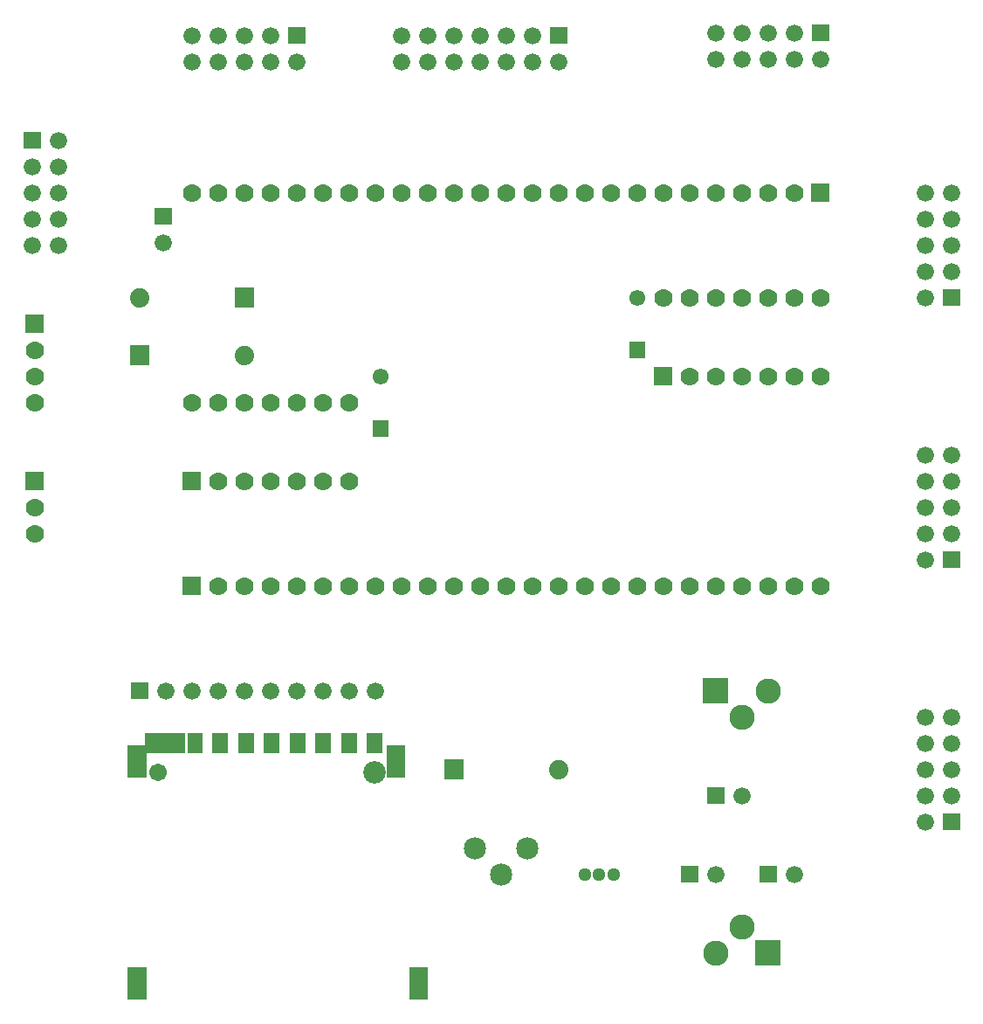
<source format=gts>
G04 start of page 6 for group -4063 idx -4063 *
G04 Title: (unknown), componentmask *
G04 Creator: pcb 20110918 *
G04 CreationDate: Wed 25 Feb 2015 10:22:25 GMT UTC *
G04 For: ksarkies *
G04 Format: Gerber/RS-274X *
G04 PCB-Dimensions: 390000 390000 *
G04 PCB-Coordinate-Origin: lower left *
%MOIN*%
%FSLAX25Y25*%
%LNTOPMASK*%
%ADD86R,0.0711X0.0711*%
%ADD85R,0.0475X0.0475*%
%ADD84R,0.0594X0.0594*%
%ADD83C,0.0610*%
%ADD82C,0.0675*%
%ADD81C,0.0850*%
%ADD80C,0.0855*%
%ADD79C,0.0740*%
%ADD78C,0.0510*%
%ADD77C,0.0700*%
%ADD76C,0.0960*%
%ADD75C,0.0001*%
%ADD74C,0.0660*%
G54D74*X310000Y361000D03*
X300000Y371000D03*
Y361000D03*
X290000D03*
X280000D03*
X290000Y371000D03*
X280000D03*
G54D75*G36*
X266700Y53300D02*Y46700D01*
X273300D01*
Y53300D01*
X266700D01*
G37*
G54D74*X280000Y50000D03*
G54D75*G36*
X295200Y24800D02*Y15200D01*
X304800D01*
Y24800D01*
X295200D01*
G37*
G54D76*X290000Y30000D03*
X280000Y20000D03*
G54D75*G36*
X275200Y124800D02*Y115200D01*
X284800D01*
Y124800D01*
X275200D01*
G37*
G54D77*X260000Y160000D03*
X270000D03*
X280000D03*
X290000D03*
G54D76*Y110000D03*
X300000Y120000D03*
G54D77*Y160000D03*
X310000D03*
X320000D03*
X300000Y240000D03*
Y270000D03*
G54D75*G36*
X296700Y53300D02*Y46700D01*
X303300D01*
Y53300D01*
X296700D01*
G37*
G54D74*X310000Y50000D03*
G54D75*G36*
X276700Y83300D02*Y76700D01*
X283300D01*
Y83300D01*
X276700D01*
G37*
G54D74*X290000Y80000D03*
X370000Y110000D03*
G54D75*G36*
X366700Y173300D02*Y166700D01*
X373300D01*
Y173300D01*
X366700D01*
G37*
G54D74*X370000Y180000D03*
Y190000D03*
Y200000D03*
Y210000D03*
X360000Y170000D03*
Y180000D03*
Y190000D03*
Y200000D03*
Y210000D03*
G54D75*G36*
X366700Y273300D02*Y266700D01*
X373300D01*
Y273300D01*
X366700D01*
G37*
G54D74*X360000Y270000D03*
Y280000D03*
Y290000D03*
Y300000D03*
Y310000D03*
X370000Y280000D03*
Y290000D03*
Y300000D03*
Y310000D03*
G54D75*G36*
X366700Y73300D02*Y66700D01*
X373300D01*
Y73300D01*
X366700D01*
G37*
G54D74*X360000Y70000D03*
X370000Y80000D03*
X360000D03*
X370000Y90000D03*
X360000D03*
X370000Y100000D03*
X360000D03*
Y110000D03*
G54D78*X230000Y50000D03*
G54D79*X220000Y90000D03*
G54D78*X235500Y50000D03*
X241000D03*
G54D75*G36*
X176300Y93700D02*Y86300D01*
X183700D01*
Y93700D01*
X176300D01*
G37*
G54D80*X149842Y88977D03*
G54D81*X208000Y60000D03*
X198000Y50000D03*
X188000Y60000D03*
G54D77*X20000Y180000D03*
G54D75*G36*
X56700Y123300D02*Y116700D01*
X63300D01*
Y123300D01*
X56700D01*
G37*
G54D74*X70000Y120000D03*
X80000D03*
X90000D03*
X100000D03*
X110000D03*
G54D75*G36*
X76500Y163500D02*Y156500D01*
X83500D01*
Y163500D01*
X76500D01*
G37*
G54D77*X90000Y160000D03*
X100000D03*
G54D82*X67165Y88977D03*
G54D74*X120000Y120000D03*
X130000D03*
X140000D03*
X150000D03*
G54D77*X110000Y160000D03*
X120000D03*
X130000D03*
X140000D03*
X150000D03*
X160000D03*
X170000D03*
X180000D03*
X190000D03*
X200000D03*
X210000D03*
X220000D03*
X230000D03*
X240000D03*
X250000D03*
X140000Y200000D03*
Y230000D03*
G54D75*G36*
X148950Y223050D02*Y216950D01*
X155050D01*
Y223050D01*
X148950D01*
G37*
G54D83*X152000Y240000D03*
G54D75*G36*
X246950Y253050D02*Y246950D01*
X253050D01*
Y253050D01*
X246950D01*
G37*
G54D83*X250000Y270000D03*
G54D75*G36*
X316500Y313500D02*Y306500D01*
X323500D01*
Y313500D01*
X316500D01*
G37*
G54D77*X310000Y310000D03*
X300000D03*
X250000D03*
X240000D03*
X230000D03*
X220000D03*
X210000D03*
X200000D03*
X190000D03*
X180000D03*
X170000D03*
X160000D03*
X150000D03*
X140000D03*
G54D75*G36*
X216700Y373300D02*Y366700D01*
X223300D01*
Y373300D01*
X216700D01*
G37*
G54D74*X220000Y360000D03*
X210000Y370000D03*
Y360000D03*
X200000Y370000D03*
Y360000D03*
X190000Y370000D03*
X180000D03*
X170000D03*
X160000D03*
X190000Y360000D03*
X180000D03*
X170000D03*
X160000D03*
G54D77*X290000Y310000D03*
X280000D03*
X270000D03*
X260000D03*
G54D75*G36*
X256500Y243500D02*Y236500D01*
X263500D01*
Y243500D01*
X256500D01*
G37*
G54D77*X270000Y240000D03*
X280000D03*
X290000D03*
Y270000D03*
X280000D03*
X270000D03*
X260000D03*
X310000Y240000D03*
X320000D03*
Y270000D03*
X310000D03*
G54D75*G36*
X316700Y374300D02*Y367700D01*
X323300D01*
Y374300D01*
X316700D01*
G37*
G54D74*X320000Y361000D03*
X310000Y371000D03*
G54D75*G36*
X16500Y263500D02*Y256500D01*
X23500D01*
Y263500D01*
X16500D01*
G37*
G54D77*X20000Y250000D03*
Y240000D03*
Y230000D03*
G54D75*G36*
X16500Y203500D02*Y196500D01*
X23500D01*
Y203500D01*
X16500D01*
G37*
G54D77*X20000Y190000D03*
G54D75*G36*
X15700Y333300D02*Y326700D01*
X22300D01*
Y333300D01*
X15700D01*
G37*
G54D74*X29000Y330000D03*
Y320000D03*
Y310000D03*
Y300000D03*
Y290000D03*
X19000Y320000D03*
Y310000D03*
Y300000D03*
Y290000D03*
G54D75*G36*
X96300Y273700D02*Y266300D01*
X103700D01*
Y273700D01*
X96300D01*
G37*
G54D79*X60000Y270000D03*
G54D75*G36*
X76500Y203500D02*Y196500D01*
X83500D01*
Y203500D01*
X76500D01*
G37*
G54D77*X90000Y200000D03*
X100000D03*
X110000D03*
X120000D03*
X130000D03*
Y230000D03*
X120000D03*
X110000D03*
X100000D03*
X90000D03*
X80000D03*
G54D75*G36*
X56300Y251700D02*Y244300D01*
X63700D01*
Y251700D01*
X56300D01*
G37*
G54D79*X100000Y248000D03*
G54D77*X130000Y310000D03*
X120000D03*
X110000D03*
X100000D03*
X90000D03*
X80000D03*
G54D75*G36*
X65700Y304300D02*Y297700D01*
X72300D01*
Y304300D01*
X65700D01*
G37*
G54D74*X69000Y291000D03*
G54D75*G36*
X116700Y373300D02*Y366700D01*
X123300D01*
Y373300D01*
X116700D01*
G37*
G54D74*X120000Y360000D03*
X110000Y370000D03*
Y360000D03*
X100000Y370000D03*
Y360000D03*
X90000Y370000D03*
Y360000D03*
X80000D03*
Y370000D03*
G54D84*X90786Y100985D02*Y99016D01*
X100629Y100985D02*Y99016D01*
X110471Y100985D02*Y99016D01*
G54D85*X64566Y101575D02*Y98426D01*
X69290Y101575D02*Y98426D01*
G54D84*X81259Y100985D02*Y99016D01*
X74566Y100985D02*Y99016D01*
G54D86*X59094Y95472D02*Y90354D01*
Y10828D02*Y5710D01*
G54D84*X120314Y100985D02*Y99016D01*
X130156Y100985D02*Y99016D01*
X139999Y100985D02*Y99016D01*
X149841Y100985D02*Y99016D01*
G54D86*X157913Y95472D02*Y90354D01*
X166575Y10828D02*Y5710D01*
M02*

</source>
